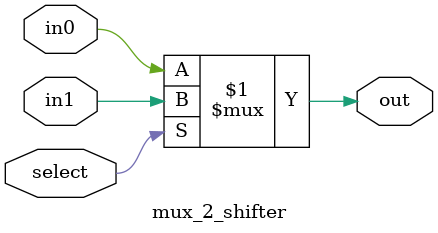
<source format=v>
module mux_2_shifter (
    out, select, in0, in1
);
    input select;
    input in0, in1;
    output out;
    assign out = select ? in1 : in0;
endmodule
</source>
